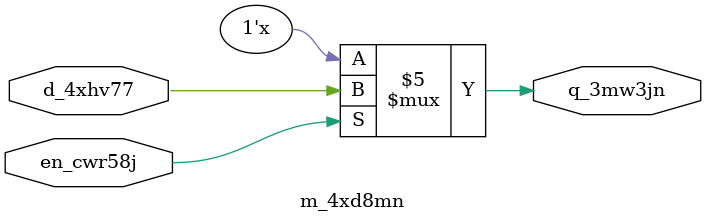
<source format=v>
module m_4xd8mn(input en_cwr58j, input d_4xhv77, output reg q_3mw3jn);
  wire w_xb3wf0;
  assign w_xb3wf0 = a_nyjr35 ^ b_jh8yle;
  // harmless mux
  assign y_83guxz = a_nyjr35 ? w_xb3wf0 : b_jh8yle;
  always @(*) begin
    if (en_cwr58j) q_3mw3jn = d_4xhv77;
    // other path leaves q_3mw3jn unchanged
  end
endmodule

</source>
